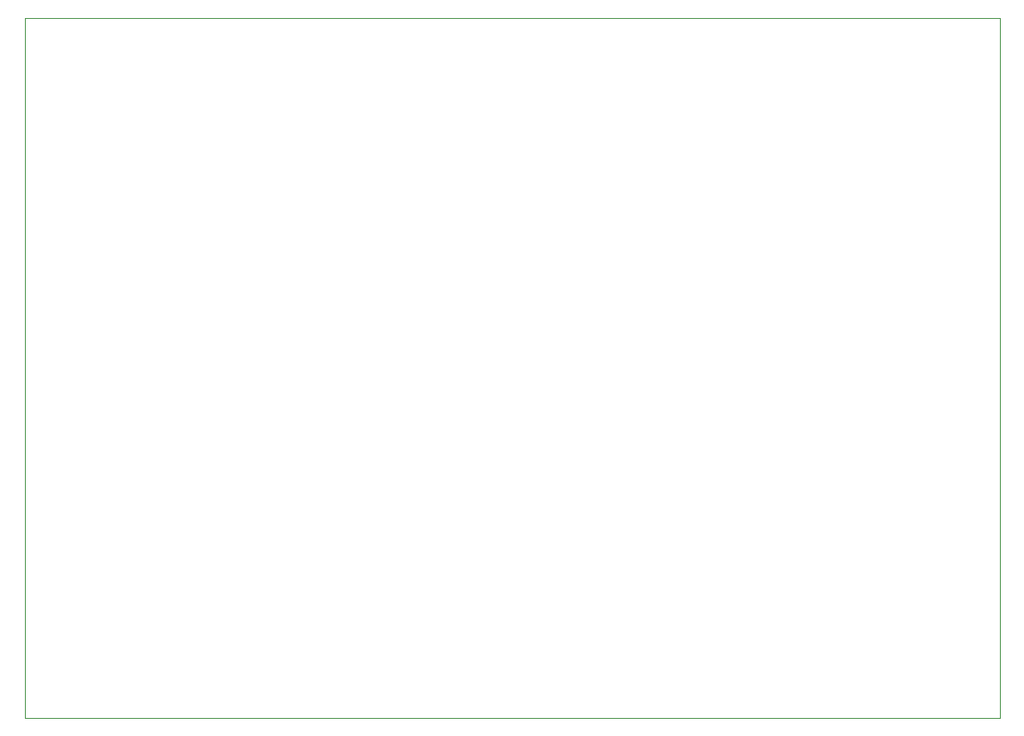
<source format=gbr>
%TF.GenerationSoftware,KiCad,Pcbnew,(5.1.9)-1*%
%TF.CreationDate,2021-08-20T18:58:33+01:00*%
%TF.ProjectId,KOSMOS LFO6 Jack Panel,4b4f534d-4f53-4204-9c46-4f36204a6163,rev?*%
%TF.SameCoordinates,Original*%
%TF.FileFunction,Profile,NP*%
%FSLAX46Y46*%
G04 Gerber Fmt 4.6, Leading zero omitted, Abs format (unit mm)*
G04 Created by KiCad (PCBNEW (5.1.9)-1) date 2021-08-20 18:58:33*
%MOMM*%
%LPD*%
G01*
G04 APERTURE LIST*
%TA.AperFunction,Profile*%
%ADD10C,0.050000*%
%TD*%
G04 APERTURE END LIST*
D10*
X15920000Y-82770000D02*
X15970000Y-13710000D01*
X111920000Y-82770000D02*
X15920000Y-82770000D01*
X111920000Y-13710000D02*
X111920000Y-82770000D01*
X15970000Y-13710000D02*
X111920000Y-13710000D01*
M02*

</source>
